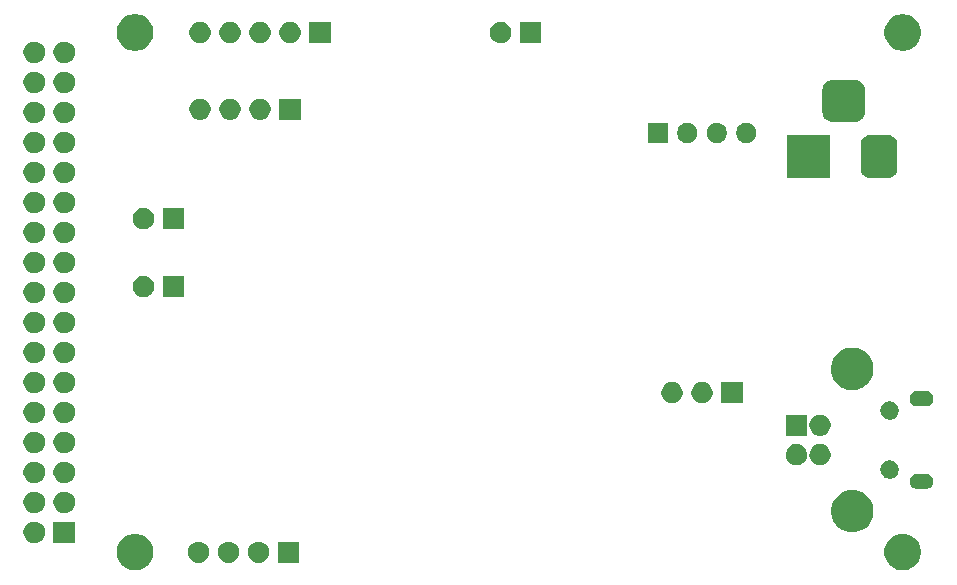
<source format=gbr>
G04 #@! TF.GenerationSoftware,KiCad,Pcbnew,(5.1.5)-3*
G04 #@! TF.CreationDate,2020-06-11T04:13:49+01:00*
G04 #@! TF.ProjectId,Greaseweazle_F7_Plus_V2,47726561-7365-4776-9561-7a6c655f4637,rev?*
G04 #@! TF.SameCoordinates,Original*
G04 #@! TF.FileFunction,Soldermask,Bot*
G04 #@! TF.FilePolarity,Negative*
%FSLAX46Y46*%
G04 Gerber Fmt 4.6, Leading zero omitted, Abs format (unit mm)*
G04 Created by KiCad (PCBNEW (5.1.5)-3) date 2020-06-11 04:13:49*
%MOMM*%
%LPD*%
G04 APERTURE LIST*
%ADD10C,0.100000*%
G04 APERTURE END LIST*
D10*
G36*
X227302390Y-145479783D02*
G01*
X227452118Y-145509565D01*
X227568960Y-145557963D01*
X227734199Y-145626407D01*
X227734200Y-145626408D01*
X227988068Y-145796036D01*
X228203964Y-146011932D01*
X228203965Y-146011934D01*
X228373593Y-146265801D01*
X228490435Y-146547883D01*
X228550000Y-146847337D01*
X228550000Y-147152663D01*
X228490435Y-147452117D01*
X228373593Y-147734199D01*
X228373592Y-147734200D01*
X228203964Y-147988068D01*
X227988068Y-148203964D01*
X227860273Y-148289353D01*
X227734199Y-148373593D01*
X227568960Y-148442037D01*
X227452118Y-148490435D01*
X227302390Y-148520218D01*
X227152663Y-148550000D01*
X226847337Y-148550000D01*
X226697610Y-148520218D01*
X226547882Y-148490435D01*
X226431040Y-148442037D01*
X226265801Y-148373593D01*
X226139727Y-148289353D01*
X226011932Y-148203964D01*
X225796036Y-147988068D01*
X225626408Y-147734200D01*
X225626407Y-147734199D01*
X225509565Y-147452117D01*
X225450000Y-147152663D01*
X225450000Y-146847337D01*
X225509565Y-146547883D01*
X225626407Y-146265801D01*
X225796035Y-146011934D01*
X225796036Y-146011932D01*
X226011932Y-145796036D01*
X226265800Y-145626408D01*
X226265801Y-145626407D01*
X226431040Y-145557963D01*
X226547882Y-145509565D01*
X226697610Y-145479783D01*
X226847337Y-145450000D01*
X227152663Y-145450000D01*
X227302390Y-145479783D01*
G37*
G36*
X162302390Y-145479783D02*
G01*
X162452118Y-145509565D01*
X162568960Y-145557963D01*
X162734199Y-145626407D01*
X162734200Y-145626408D01*
X162988068Y-145796036D01*
X163203964Y-146011932D01*
X163203965Y-146011934D01*
X163373593Y-146265801D01*
X163490435Y-146547883D01*
X163550000Y-146847337D01*
X163550000Y-147152663D01*
X163490435Y-147452117D01*
X163373593Y-147734199D01*
X163373592Y-147734200D01*
X163203964Y-147988068D01*
X162988068Y-148203964D01*
X162860273Y-148289353D01*
X162734199Y-148373593D01*
X162568960Y-148442037D01*
X162452118Y-148490435D01*
X162302390Y-148520218D01*
X162152663Y-148550000D01*
X161847337Y-148550000D01*
X161697610Y-148520218D01*
X161547882Y-148490435D01*
X161431040Y-148442037D01*
X161265801Y-148373593D01*
X161139727Y-148289353D01*
X161011932Y-148203964D01*
X160796036Y-147988068D01*
X160626408Y-147734200D01*
X160626407Y-147734199D01*
X160509565Y-147452117D01*
X160450000Y-147152663D01*
X160450000Y-146847337D01*
X160509565Y-146547883D01*
X160626407Y-146265801D01*
X160796035Y-146011934D01*
X160796036Y-146011932D01*
X161011932Y-145796036D01*
X161265800Y-145626408D01*
X161265801Y-145626407D01*
X161431040Y-145557963D01*
X161547882Y-145509565D01*
X161697610Y-145479783D01*
X161847337Y-145450000D01*
X162152663Y-145450000D01*
X162302390Y-145479783D01*
G37*
G36*
X175900000Y-147900000D02*
G01*
X174100000Y-147900000D01*
X174100000Y-146100000D01*
X175900000Y-146100000D01*
X175900000Y-147900000D01*
G37*
G36*
X167584561Y-146123057D02*
G01*
X167642520Y-146134586D01*
X167758335Y-146182558D01*
X167796801Y-146198491D01*
X167806310Y-146202430D01*
X167953717Y-146300924D01*
X168079076Y-146426283D01*
X168177570Y-146573690D01*
X168245414Y-146737480D01*
X168280000Y-146911358D01*
X168280000Y-147088642D01*
X168245414Y-147262520D01*
X168177570Y-147426310D01*
X168079076Y-147573717D01*
X167953717Y-147699076D01*
X167806310Y-147797570D01*
X167642520Y-147865414D01*
X167584561Y-147876943D01*
X167468644Y-147900000D01*
X167291356Y-147900000D01*
X167175439Y-147876943D01*
X167117480Y-147865414D01*
X166953690Y-147797570D01*
X166806283Y-147699076D01*
X166680924Y-147573717D01*
X166582430Y-147426310D01*
X166514586Y-147262520D01*
X166480000Y-147088642D01*
X166480000Y-146911358D01*
X166514586Y-146737480D01*
X166582430Y-146573690D01*
X166680924Y-146426283D01*
X166806283Y-146300924D01*
X166953690Y-146202430D01*
X166963200Y-146198491D01*
X167001665Y-146182558D01*
X167117480Y-146134586D01*
X167175439Y-146123057D01*
X167291356Y-146100000D01*
X167468644Y-146100000D01*
X167584561Y-146123057D01*
G37*
G36*
X172664561Y-146123057D02*
G01*
X172722520Y-146134586D01*
X172838335Y-146182558D01*
X172876801Y-146198491D01*
X172886310Y-146202430D01*
X173033717Y-146300924D01*
X173159076Y-146426283D01*
X173257570Y-146573690D01*
X173325414Y-146737480D01*
X173360000Y-146911358D01*
X173360000Y-147088642D01*
X173325414Y-147262520D01*
X173257570Y-147426310D01*
X173159076Y-147573717D01*
X173033717Y-147699076D01*
X172886310Y-147797570D01*
X172722520Y-147865414D01*
X172664561Y-147876943D01*
X172548644Y-147900000D01*
X172371356Y-147900000D01*
X172255439Y-147876943D01*
X172197480Y-147865414D01*
X172033690Y-147797570D01*
X171886283Y-147699076D01*
X171760924Y-147573717D01*
X171662430Y-147426310D01*
X171594586Y-147262520D01*
X171560000Y-147088642D01*
X171560000Y-146911358D01*
X171594586Y-146737480D01*
X171662430Y-146573690D01*
X171760924Y-146426283D01*
X171886283Y-146300924D01*
X172033690Y-146202430D01*
X172043200Y-146198491D01*
X172081665Y-146182558D01*
X172197480Y-146134586D01*
X172255439Y-146123057D01*
X172371356Y-146100000D01*
X172548644Y-146100000D01*
X172664561Y-146123057D01*
G37*
G36*
X170124561Y-146123057D02*
G01*
X170182520Y-146134586D01*
X170298335Y-146182558D01*
X170336801Y-146198491D01*
X170346310Y-146202430D01*
X170493717Y-146300924D01*
X170619076Y-146426283D01*
X170717570Y-146573690D01*
X170785414Y-146737480D01*
X170820000Y-146911358D01*
X170820000Y-147088642D01*
X170785414Y-147262520D01*
X170717570Y-147426310D01*
X170619076Y-147573717D01*
X170493717Y-147699076D01*
X170346310Y-147797570D01*
X170182520Y-147865414D01*
X170124561Y-147876943D01*
X170008644Y-147900000D01*
X169831356Y-147900000D01*
X169715439Y-147876943D01*
X169657480Y-147865414D01*
X169493690Y-147797570D01*
X169346283Y-147699076D01*
X169220924Y-147573717D01*
X169122430Y-147426310D01*
X169054586Y-147262520D01*
X169020000Y-147088642D01*
X169020000Y-146911358D01*
X169054586Y-146737480D01*
X169122430Y-146573690D01*
X169220924Y-146426283D01*
X169346283Y-146300924D01*
X169493690Y-146202430D01*
X169503200Y-146198491D01*
X169541665Y-146182558D01*
X169657480Y-146134586D01*
X169715439Y-146123057D01*
X169831356Y-146100000D01*
X170008644Y-146100000D01*
X170124561Y-146123057D01*
G37*
G36*
X156913600Y-146233600D02*
G01*
X155086400Y-146233600D01*
X155086400Y-144406400D01*
X156913600Y-144406400D01*
X156913600Y-146233600D01*
G37*
G36*
X153608817Y-144418103D02*
G01*
X153726487Y-144441509D01*
X153892752Y-144510378D01*
X154042386Y-144610360D01*
X154169640Y-144737614D01*
X154269622Y-144887248D01*
X154338491Y-145053513D01*
X154373600Y-145230018D01*
X154373600Y-145409982D01*
X154338491Y-145586487D01*
X154269622Y-145752752D01*
X154169640Y-145902386D01*
X154042386Y-146029640D01*
X153892752Y-146129622D01*
X153726487Y-146198491D01*
X153608817Y-146221897D01*
X153549983Y-146233600D01*
X153370017Y-146233600D01*
X153311183Y-146221897D01*
X153193513Y-146198491D01*
X153027248Y-146129622D01*
X152877614Y-146029640D01*
X152750360Y-145902386D01*
X152650378Y-145752752D01*
X152581509Y-145586487D01*
X152546400Y-145409982D01*
X152546400Y-145230018D01*
X152581509Y-145053513D01*
X152650378Y-144887248D01*
X152750360Y-144737614D01*
X152877614Y-144610360D01*
X153027248Y-144510378D01*
X153193513Y-144441509D01*
X153311183Y-144418103D01*
X153370017Y-144406400D01*
X153549983Y-144406400D01*
X153608817Y-144418103D01*
G37*
G36*
X223061163Y-141754587D02*
G01*
X223235041Y-141789173D01*
X223562620Y-141924861D01*
X223857433Y-142121849D01*
X224108151Y-142372567D01*
X224305139Y-142667380D01*
X224440827Y-142994959D01*
X224510000Y-143342716D01*
X224510000Y-143697284D01*
X224440827Y-144045041D01*
X224305139Y-144372620D01*
X224108151Y-144667433D01*
X223857433Y-144918151D01*
X223562620Y-145115139D01*
X223235041Y-145250827D01*
X223061162Y-145285414D01*
X222887286Y-145320000D01*
X222532714Y-145320000D01*
X222358838Y-145285414D01*
X222184959Y-145250827D01*
X221857380Y-145115139D01*
X221562567Y-144918151D01*
X221311849Y-144667433D01*
X221114861Y-144372620D01*
X220979173Y-144045041D01*
X220910000Y-143697284D01*
X220910000Y-143342716D01*
X220979173Y-142994959D01*
X221114861Y-142667380D01*
X221311849Y-142372567D01*
X221562567Y-142121849D01*
X221857380Y-141924861D01*
X222184959Y-141789173D01*
X222358837Y-141754587D01*
X222532714Y-141720000D01*
X222887286Y-141720000D01*
X223061163Y-141754587D01*
G37*
G36*
X156148817Y-141878103D02*
G01*
X156266487Y-141901509D01*
X156432752Y-141970378D01*
X156582386Y-142070360D01*
X156709640Y-142197614D01*
X156809622Y-142347248D01*
X156878491Y-142513513D01*
X156878491Y-142513515D01*
X156909098Y-142667382D01*
X156913600Y-142690018D01*
X156913600Y-142869982D01*
X156878491Y-143046487D01*
X156809622Y-143212752D01*
X156709640Y-143362386D01*
X156582386Y-143489640D01*
X156432752Y-143589622D01*
X156266487Y-143658491D01*
X156148817Y-143681897D01*
X156089983Y-143693600D01*
X155910017Y-143693600D01*
X155851183Y-143681897D01*
X155733513Y-143658491D01*
X155567248Y-143589622D01*
X155417614Y-143489640D01*
X155290360Y-143362386D01*
X155190378Y-143212752D01*
X155121509Y-143046487D01*
X155086400Y-142869982D01*
X155086400Y-142690018D01*
X155090903Y-142667382D01*
X155121509Y-142513515D01*
X155121509Y-142513513D01*
X155190378Y-142347248D01*
X155290360Y-142197614D01*
X155417614Y-142070360D01*
X155567248Y-141970378D01*
X155733513Y-141901509D01*
X155851183Y-141878103D01*
X155910017Y-141866400D01*
X156089983Y-141866400D01*
X156148817Y-141878103D01*
G37*
G36*
X153608817Y-141878103D02*
G01*
X153726487Y-141901509D01*
X153892752Y-141970378D01*
X154042386Y-142070360D01*
X154169640Y-142197614D01*
X154269622Y-142347248D01*
X154338491Y-142513513D01*
X154338491Y-142513515D01*
X154369098Y-142667382D01*
X154373600Y-142690018D01*
X154373600Y-142869982D01*
X154338491Y-143046487D01*
X154269622Y-143212752D01*
X154169640Y-143362386D01*
X154042386Y-143489640D01*
X153892752Y-143589622D01*
X153726487Y-143658491D01*
X153608817Y-143681897D01*
X153549983Y-143693600D01*
X153370017Y-143693600D01*
X153311183Y-143681897D01*
X153193513Y-143658491D01*
X153027248Y-143589622D01*
X152877614Y-143489640D01*
X152750360Y-143362386D01*
X152650378Y-143212752D01*
X152581509Y-143046487D01*
X152546400Y-142869982D01*
X152546400Y-142690018D01*
X152550903Y-142667382D01*
X152581509Y-142513515D01*
X152581509Y-142513513D01*
X152650378Y-142347248D01*
X152750360Y-142197614D01*
X152877614Y-142070360D01*
X153027248Y-141970378D01*
X153193513Y-141901509D01*
X153311183Y-141878103D01*
X153370017Y-141866400D01*
X153549983Y-141866400D01*
X153608817Y-141878103D01*
G37*
G36*
X229064922Y-140359405D02*
G01*
X229187448Y-140396573D01*
X229300368Y-140456930D01*
X229399343Y-140538157D01*
X229480570Y-140637132D01*
X229540927Y-140750052D01*
X229578095Y-140872578D01*
X229590645Y-141000000D01*
X229578095Y-141127422D01*
X229540927Y-141249948D01*
X229480570Y-141362868D01*
X229399343Y-141461843D01*
X229300368Y-141543070D01*
X229187448Y-141603427D01*
X229064922Y-141640595D01*
X228969432Y-141650000D01*
X228205568Y-141650000D01*
X228110078Y-141640595D01*
X227987552Y-141603427D01*
X227874632Y-141543070D01*
X227775657Y-141461843D01*
X227694430Y-141362868D01*
X227634073Y-141249948D01*
X227596905Y-141127422D01*
X227584355Y-141000000D01*
X227596905Y-140872578D01*
X227634073Y-140750052D01*
X227694430Y-140637132D01*
X227775657Y-140538157D01*
X227874632Y-140456930D01*
X227987552Y-140396573D01*
X228110078Y-140359405D01*
X228205568Y-140350000D01*
X228969432Y-140350000D01*
X229064922Y-140359405D01*
G37*
G36*
X153608817Y-139338103D02*
G01*
X153726487Y-139361509D01*
X153892752Y-139430378D01*
X154042386Y-139530360D01*
X154169640Y-139657614D01*
X154269622Y-139807248D01*
X154338491Y-139973513D01*
X154338491Y-139973515D01*
X154373600Y-140150017D01*
X154373600Y-140329983D01*
X154366217Y-140367099D01*
X154338491Y-140506487D01*
X154269622Y-140672752D01*
X154169640Y-140822386D01*
X154042386Y-140949640D01*
X153892752Y-141049622D01*
X153726487Y-141118491D01*
X153608817Y-141141897D01*
X153549983Y-141153600D01*
X153370017Y-141153600D01*
X153311183Y-141141897D01*
X153193513Y-141118491D01*
X153027248Y-141049622D01*
X152877614Y-140949640D01*
X152750360Y-140822386D01*
X152650378Y-140672752D01*
X152581509Y-140506487D01*
X152553783Y-140367099D01*
X152546400Y-140329983D01*
X152546400Y-140150017D01*
X152581509Y-139973515D01*
X152581509Y-139973513D01*
X152650378Y-139807248D01*
X152750360Y-139657614D01*
X152877614Y-139530360D01*
X153027248Y-139430378D01*
X153193513Y-139361509D01*
X153311183Y-139338103D01*
X153370017Y-139326400D01*
X153549983Y-139326400D01*
X153608817Y-139338103D01*
G37*
G36*
X156148817Y-139338103D02*
G01*
X156266487Y-139361509D01*
X156432752Y-139430378D01*
X156582386Y-139530360D01*
X156709640Y-139657614D01*
X156809622Y-139807248D01*
X156878491Y-139973513D01*
X156878491Y-139973515D01*
X156913600Y-140150017D01*
X156913600Y-140329983D01*
X156906217Y-140367099D01*
X156878491Y-140506487D01*
X156809622Y-140672752D01*
X156709640Y-140822386D01*
X156582386Y-140949640D01*
X156432752Y-141049622D01*
X156266487Y-141118491D01*
X156148817Y-141141897D01*
X156089983Y-141153600D01*
X155910017Y-141153600D01*
X155851183Y-141141897D01*
X155733513Y-141118491D01*
X155567248Y-141049622D01*
X155417614Y-140949640D01*
X155290360Y-140822386D01*
X155190378Y-140672752D01*
X155121509Y-140506487D01*
X155093783Y-140367099D01*
X155086400Y-140329983D01*
X155086400Y-140150017D01*
X155121509Y-139973515D01*
X155121509Y-139973513D01*
X155190378Y-139807248D01*
X155290360Y-139657614D01*
X155417614Y-139530360D01*
X155567248Y-139430378D01*
X155733513Y-139361509D01*
X155851183Y-139338103D01*
X155910017Y-139326400D01*
X156089983Y-139326400D01*
X156148817Y-139338103D01*
G37*
G36*
X226113557Y-139254782D02*
G01*
X226254599Y-139313203D01*
X226317636Y-139355323D01*
X226381534Y-139398018D01*
X226489482Y-139505966D01*
X226489483Y-139505968D01*
X226574297Y-139632901D01*
X226632718Y-139773943D01*
X226662500Y-139923668D01*
X226662500Y-140076332D01*
X226632718Y-140226057D01*
X226574297Y-140367099D01*
X226574296Y-140367100D01*
X226489482Y-140494034D01*
X226381534Y-140601982D01*
X226328928Y-140637132D01*
X226254599Y-140686797D01*
X226113557Y-140745218D01*
X225963832Y-140775000D01*
X225811168Y-140775000D01*
X225661443Y-140745218D01*
X225520401Y-140686797D01*
X225446072Y-140637132D01*
X225393466Y-140601982D01*
X225285518Y-140494034D01*
X225200704Y-140367100D01*
X225200703Y-140367099D01*
X225142282Y-140226057D01*
X225112500Y-140076332D01*
X225112500Y-139923668D01*
X225142282Y-139773943D01*
X225200703Y-139632901D01*
X225285517Y-139505968D01*
X225285518Y-139505966D01*
X225393466Y-139398018D01*
X225457364Y-139355323D01*
X225520401Y-139313203D01*
X225661443Y-139254782D01*
X225811168Y-139225000D01*
X225963832Y-139225000D01*
X226113557Y-139254782D01*
G37*
G36*
X220204561Y-137873057D02*
G01*
X220262520Y-137884586D01*
X220426310Y-137952430D01*
X220573717Y-138050924D01*
X220699076Y-138176283D01*
X220797570Y-138323690D01*
X220833172Y-138409640D01*
X220865414Y-138487481D01*
X220890501Y-138613600D01*
X220900000Y-138661358D01*
X220900000Y-138838642D01*
X220865414Y-139012520D01*
X220797570Y-139176310D01*
X220699076Y-139323717D01*
X220573717Y-139449076D01*
X220426310Y-139547570D01*
X220262520Y-139615414D01*
X220204561Y-139626943D01*
X220088644Y-139650000D01*
X219911356Y-139650000D01*
X219795439Y-139626943D01*
X219737480Y-139615414D01*
X219573690Y-139547570D01*
X219426283Y-139449076D01*
X219300924Y-139323717D01*
X219202430Y-139176310D01*
X219134586Y-139012520D01*
X219100000Y-138838642D01*
X219100000Y-138661358D01*
X219109500Y-138613600D01*
X219134586Y-138487481D01*
X219166829Y-138409640D01*
X219202430Y-138323690D01*
X219300924Y-138176283D01*
X219426283Y-138050924D01*
X219573690Y-137952430D01*
X219737480Y-137884586D01*
X219795439Y-137873057D01*
X219911356Y-137850000D01*
X220088644Y-137850000D01*
X220204561Y-137873057D01*
G37*
G36*
X218204561Y-137873057D02*
G01*
X218262520Y-137884586D01*
X218426310Y-137952430D01*
X218573717Y-138050924D01*
X218699076Y-138176283D01*
X218797570Y-138323690D01*
X218833172Y-138409640D01*
X218865414Y-138487481D01*
X218890501Y-138613600D01*
X218900000Y-138661358D01*
X218900000Y-138838642D01*
X218865414Y-139012520D01*
X218797570Y-139176310D01*
X218699076Y-139323717D01*
X218573717Y-139449076D01*
X218426310Y-139547570D01*
X218262520Y-139615414D01*
X218204561Y-139626943D01*
X218088644Y-139650000D01*
X217911356Y-139650000D01*
X217795439Y-139626943D01*
X217737480Y-139615414D01*
X217573690Y-139547570D01*
X217426283Y-139449076D01*
X217300924Y-139323717D01*
X217202430Y-139176310D01*
X217134586Y-139012520D01*
X217100000Y-138838642D01*
X217100000Y-138661358D01*
X217109500Y-138613600D01*
X217134586Y-138487481D01*
X217166829Y-138409640D01*
X217202430Y-138323690D01*
X217300924Y-138176283D01*
X217426283Y-138050924D01*
X217573690Y-137952430D01*
X217737480Y-137884586D01*
X217795439Y-137873057D01*
X217911356Y-137850000D01*
X218088644Y-137850000D01*
X218204561Y-137873057D01*
G37*
G36*
X153608817Y-136798103D02*
G01*
X153726487Y-136821509D01*
X153892752Y-136890378D01*
X154042386Y-136990360D01*
X154169640Y-137117614D01*
X154269622Y-137267248D01*
X154338491Y-137433513D01*
X154373600Y-137610018D01*
X154373600Y-137789982D01*
X154338491Y-137966487D01*
X154269622Y-138132752D01*
X154169640Y-138282386D01*
X154042386Y-138409640D01*
X153892752Y-138509622D01*
X153726487Y-138578491D01*
X153608817Y-138601897D01*
X153549983Y-138613600D01*
X153370017Y-138613600D01*
X153311183Y-138601897D01*
X153193513Y-138578491D01*
X153027248Y-138509622D01*
X152877614Y-138409640D01*
X152750360Y-138282386D01*
X152650378Y-138132752D01*
X152581509Y-137966487D01*
X152546400Y-137789982D01*
X152546400Y-137610018D01*
X152581509Y-137433513D01*
X152650378Y-137267248D01*
X152750360Y-137117614D01*
X152877614Y-136990360D01*
X153027248Y-136890378D01*
X153193513Y-136821509D01*
X153311183Y-136798103D01*
X153370017Y-136786400D01*
X153549983Y-136786400D01*
X153608817Y-136798103D01*
G37*
G36*
X156148817Y-136798103D02*
G01*
X156266487Y-136821509D01*
X156432752Y-136890378D01*
X156582386Y-136990360D01*
X156709640Y-137117614D01*
X156809622Y-137267248D01*
X156878491Y-137433513D01*
X156913600Y-137610018D01*
X156913600Y-137789982D01*
X156878491Y-137966487D01*
X156809622Y-138132752D01*
X156709640Y-138282386D01*
X156582386Y-138409640D01*
X156432752Y-138509622D01*
X156266487Y-138578491D01*
X156148817Y-138601897D01*
X156089983Y-138613600D01*
X155910017Y-138613600D01*
X155851183Y-138601897D01*
X155733513Y-138578491D01*
X155567248Y-138509622D01*
X155417614Y-138409640D01*
X155290360Y-138282386D01*
X155190378Y-138132752D01*
X155121509Y-137966487D01*
X155086400Y-137789982D01*
X155086400Y-137610018D01*
X155121509Y-137433513D01*
X155190378Y-137267248D01*
X155290360Y-137117614D01*
X155417614Y-136990360D01*
X155567248Y-136890378D01*
X155733513Y-136821509D01*
X155851183Y-136798103D01*
X155910017Y-136786400D01*
X156089983Y-136786400D01*
X156148817Y-136798103D01*
G37*
G36*
X220174606Y-135367099D02*
G01*
X220262520Y-135384586D01*
X220426310Y-135452430D01*
X220573717Y-135550924D01*
X220699076Y-135676283D01*
X220797570Y-135823690D01*
X220865414Y-135987480D01*
X220900000Y-136161358D01*
X220900000Y-136338642D01*
X220865414Y-136512520D01*
X220797570Y-136676310D01*
X220699076Y-136823717D01*
X220573717Y-136949076D01*
X220426310Y-137047570D01*
X220262520Y-137115414D01*
X220204561Y-137126943D01*
X220088644Y-137150000D01*
X219911356Y-137150000D01*
X219795439Y-137126943D01*
X219737480Y-137115414D01*
X219573690Y-137047570D01*
X219426283Y-136949076D01*
X219300924Y-136823717D01*
X219202430Y-136676310D01*
X219134586Y-136512520D01*
X219100000Y-136338642D01*
X219100000Y-136161358D01*
X219134586Y-135987480D01*
X219202430Y-135823690D01*
X219300924Y-135676283D01*
X219426283Y-135550924D01*
X219573690Y-135452430D01*
X219737480Y-135384586D01*
X219825394Y-135367099D01*
X219911356Y-135350000D01*
X220088644Y-135350000D01*
X220174606Y-135367099D01*
G37*
G36*
X218900000Y-137150000D02*
G01*
X217100000Y-137150000D01*
X217100000Y-135350000D01*
X218900000Y-135350000D01*
X218900000Y-137150000D01*
G37*
G36*
X153608817Y-134258103D02*
G01*
X153726487Y-134281509D01*
X153892752Y-134350378D01*
X154042386Y-134450360D01*
X154169640Y-134577614D01*
X154269622Y-134727248D01*
X154338491Y-134893513D01*
X154373600Y-135070018D01*
X154373600Y-135249982D01*
X154338491Y-135426487D01*
X154269622Y-135592752D01*
X154169640Y-135742386D01*
X154042386Y-135869640D01*
X153892752Y-135969622D01*
X153726487Y-136038491D01*
X153608817Y-136061897D01*
X153549983Y-136073600D01*
X153370017Y-136073600D01*
X153311183Y-136061897D01*
X153193513Y-136038491D01*
X153027248Y-135969622D01*
X152877614Y-135869640D01*
X152750360Y-135742386D01*
X152650378Y-135592752D01*
X152581509Y-135426487D01*
X152546400Y-135249982D01*
X152546400Y-135070018D01*
X152581509Y-134893513D01*
X152650378Y-134727248D01*
X152750360Y-134577614D01*
X152877614Y-134450360D01*
X153027248Y-134350378D01*
X153193513Y-134281509D01*
X153311183Y-134258103D01*
X153370017Y-134246400D01*
X153549983Y-134246400D01*
X153608817Y-134258103D01*
G37*
G36*
X156148817Y-134258103D02*
G01*
X156266487Y-134281509D01*
X156432752Y-134350378D01*
X156582386Y-134450360D01*
X156709640Y-134577614D01*
X156809622Y-134727248D01*
X156878491Y-134893513D01*
X156913600Y-135070018D01*
X156913600Y-135249982D01*
X156878491Y-135426487D01*
X156809622Y-135592752D01*
X156709640Y-135742386D01*
X156582386Y-135869640D01*
X156432752Y-135969622D01*
X156266487Y-136038491D01*
X156148817Y-136061897D01*
X156089983Y-136073600D01*
X155910017Y-136073600D01*
X155851183Y-136061897D01*
X155733513Y-136038491D01*
X155567248Y-135969622D01*
X155417614Y-135869640D01*
X155290360Y-135742386D01*
X155190378Y-135592752D01*
X155121509Y-135426487D01*
X155086400Y-135249982D01*
X155086400Y-135070018D01*
X155121509Y-134893513D01*
X155190378Y-134727248D01*
X155290360Y-134577614D01*
X155417614Y-134450360D01*
X155567248Y-134350378D01*
X155733513Y-134281509D01*
X155851183Y-134258103D01*
X155910017Y-134246400D01*
X156089983Y-134246400D01*
X156148817Y-134258103D01*
G37*
G36*
X226113557Y-134254782D02*
G01*
X226254599Y-134313203D01*
X226254600Y-134313204D01*
X226381534Y-134398018D01*
X226489482Y-134505966D01*
X226532177Y-134569864D01*
X226574297Y-134632901D01*
X226632718Y-134773943D01*
X226662500Y-134923668D01*
X226662500Y-135076332D01*
X226632718Y-135226057D01*
X226574297Y-135367099D01*
X226534615Y-135426487D01*
X226489482Y-135494034D01*
X226381534Y-135601982D01*
X226317636Y-135644677D01*
X226254599Y-135686797D01*
X226113557Y-135745218D01*
X225963832Y-135775000D01*
X225811168Y-135775000D01*
X225661443Y-135745218D01*
X225520401Y-135686797D01*
X225457364Y-135644677D01*
X225393466Y-135601982D01*
X225285518Y-135494034D01*
X225240385Y-135426487D01*
X225200703Y-135367099D01*
X225142282Y-135226057D01*
X225112500Y-135076332D01*
X225112500Y-134923668D01*
X225142282Y-134773943D01*
X225200703Y-134632901D01*
X225242823Y-134569864D01*
X225285518Y-134505966D01*
X225393466Y-134398018D01*
X225520400Y-134313204D01*
X225520401Y-134313203D01*
X225661443Y-134254782D01*
X225811168Y-134225000D01*
X225963832Y-134225000D01*
X226113557Y-134254782D01*
G37*
G36*
X229064922Y-133359405D02*
G01*
X229187448Y-133396573D01*
X229300368Y-133456930D01*
X229399343Y-133538157D01*
X229480570Y-133637132D01*
X229540927Y-133750052D01*
X229578095Y-133872578D01*
X229590645Y-134000000D01*
X229578095Y-134127422D01*
X229540927Y-134249948D01*
X229480570Y-134362868D01*
X229399343Y-134461843D01*
X229300368Y-134543070D01*
X229187448Y-134603427D01*
X229064922Y-134640595D01*
X228969432Y-134650000D01*
X228205568Y-134650000D01*
X228110078Y-134640595D01*
X227987552Y-134603427D01*
X227874632Y-134543070D01*
X227775657Y-134461843D01*
X227694430Y-134362868D01*
X227634073Y-134249948D01*
X227596905Y-134127422D01*
X227584355Y-134000000D01*
X227596905Y-133872578D01*
X227634073Y-133750052D01*
X227694430Y-133637132D01*
X227775657Y-133538157D01*
X227874632Y-133456930D01*
X227987552Y-133396573D01*
X228110078Y-133359405D01*
X228205568Y-133350000D01*
X228969432Y-133350000D01*
X229064922Y-133359405D01*
G37*
G36*
X213440000Y-134400000D02*
G01*
X211640000Y-134400000D01*
X211640000Y-132600000D01*
X213440000Y-132600000D01*
X213440000Y-134400000D01*
G37*
G36*
X210204561Y-132623057D02*
G01*
X210262520Y-132634586D01*
X210426310Y-132702430D01*
X210573717Y-132800924D01*
X210699076Y-132926283D01*
X210797570Y-133073690D01*
X210850878Y-133202386D01*
X210865414Y-133237481D01*
X210900000Y-133411356D01*
X210900000Y-133588644D01*
X210876943Y-133704561D01*
X210865414Y-133762520D01*
X210797570Y-133926310D01*
X210699076Y-134073717D01*
X210573717Y-134199076D01*
X210426310Y-134297570D01*
X210262520Y-134365414D01*
X210204561Y-134376943D01*
X210088644Y-134400000D01*
X209911356Y-134400000D01*
X209795439Y-134376943D01*
X209737480Y-134365414D01*
X209573690Y-134297570D01*
X209426283Y-134199076D01*
X209300924Y-134073717D01*
X209202430Y-133926310D01*
X209134586Y-133762520D01*
X209123057Y-133704561D01*
X209100000Y-133588644D01*
X209100000Y-133411356D01*
X209134586Y-133237481D01*
X209149123Y-133202386D01*
X209202430Y-133073690D01*
X209300924Y-132926283D01*
X209426283Y-132800924D01*
X209573690Y-132702430D01*
X209737480Y-132634586D01*
X209795439Y-132623057D01*
X209911356Y-132600000D01*
X210088644Y-132600000D01*
X210204561Y-132623057D01*
G37*
G36*
X207664561Y-132623057D02*
G01*
X207722520Y-132634586D01*
X207886310Y-132702430D01*
X208033717Y-132800924D01*
X208159076Y-132926283D01*
X208257570Y-133073690D01*
X208310878Y-133202386D01*
X208325414Y-133237481D01*
X208360000Y-133411356D01*
X208360000Y-133588644D01*
X208336943Y-133704561D01*
X208325414Y-133762520D01*
X208257570Y-133926310D01*
X208159076Y-134073717D01*
X208033717Y-134199076D01*
X207886310Y-134297570D01*
X207722520Y-134365414D01*
X207664561Y-134376943D01*
X207548644Y-134400000D01*
X207371356Y-134400000D01*
X207255439Y-134376943D01*
X207197480Y-134365414D01*
X207033690Y-134297570D01*
X206886283Y-134199076D01*
X206760924Y-134073717D01*
X206662430Y-133926310D01*
X206594586Y-133762520D01*
X206583057Y-133704561D01*
X206560000Y-133588644D01*
X206560000Y-133411356D01*
X206594586Y-133237481D01*
X206609123Y-133202386D01*
X206662430Y-133073690D01*
X206760924Y-132926283D01*
X206886283Y-132800924D01*
X207033690Y-132702430D01*
X207197480Y-132634586D01*
X207255439Y-132623057D01*
X207371356Y-132600000D01*
X207548644Y-132600000D01*
X207664561Y-132623057D01*
G37*
G36*
X156148817Y-131718103D02*
G01*
X156266487Y-131741509D01*
X156432752Y-131810378D01*
X156582386Y-131910360D01*
X156709640Y-132037614D01*
X156809622Y-132187248D01*
X156878491Y-132353513D01*
X156913600Y-132530018D01*
X156913600Y-132709982D01*
X156878491Y-132886487D01*
X156809622Y-133052752D01*
X156709640Y-133202386D01*
X156582386Y-133329640D01*
X156432752Y-133429622D01*
X156266487Y-133498491D01*
X156148817Y-133521897D01*
X156089983Y-133533600D01*
X155910017Y-133533600D01*
X155851183Y-133521897D01*
X155733513Y-133498491D01*
X155567248Y-133429622D01*
X155417614Y-133329640D01*
X155290360Y-133202386D01*
X155190378Y-133052752D01*
X155121509Y-132886487D01*
X155086400Y-132709982D01*
X155086400Y-132530018D01*
X155121509Y-132353513D01*
X155190378Y-132187248D01*
X155290360Y-132037614D01*
X155417614Y-131910360D01*
X155567248Y-131810378D01*
X155733513Y-131741509D01*
X155851183Y-131718103D01*
X155910017Y-131706400D01*
X156089983Y-131706400D01*
X156148817Y-131718103D01*
G37*
G36*
X153608817Y-131718103D02*
G01*
X153726487Y-131741509D01*
X153892752Y-131810378D01*
X154042386Y-131910360D01*
X154169640Y-132037614D01*
X154269622Y-132187248D01*
X154338491Y-132353513D01*
X154373600Y-132530018D01*
X154373600Y-132709982D01*
X154338491Y-132886487D01*
X154269622Y-133052752D01*
X154169640Y-133202386D01*
X154042386Y-133329640D01*
X153892752Y-133429622D01*
X153726487Y-133498491D01*
X153608817Y-133521897D01*
X153549983Y-133533600D01*
X153370017Y-133533600D01*
X153311183Y-133521897D01*
X153193513Y-133498491D01*
X153027248Y-133429622D01*
X152877614Y-133329640D01*
X152750360Y-133202386D01*
X152650378Y-133052752D01*
X152581509Y-132886487D01*
X152546400Y-132709982D01*
X152546400Y-132530018D01*
X152581509Y-132353513D01*
X152650378Y-132187248D01*
X152750360Y-132037614D01*
X152877614Y-131910360D01*
X153027248Y-131810378D01*
X153193513Y-131741509D01*
X153311183Y-131718103D01*
X153370017Y-131706400D01*
X153549983Y-131706400D01*
X153608817Y-131718103D01*
G37*
G36*
X223061162Y-129714586D02*
G01*
X223235041Y-129749173D01*
X223562620Y-129884861D01*
X223857433Y-130081849D01*
X224108151Y-130332567D01*
X224305139Y-130627380D01*
X224440827Y-130954959D01*
X224448513Y-130993600D01*
X224510000Y-131302714D01*
X224510000Y-131657286D01*
X224493247Y-131741509D01*
X224440827Y-132005041D01*
X224305139Y-132332620D01*
X224108151Y-132627433D01*
X223857433Y-132878151D01*
X223562620Y-133075139D01*
X223235041Y-133210827D01*
X223101047Y-133237480D01*
X222887286Y-133280000D01*
X222532714Y-133280000D01*
X222318953Y-133237480D01*
X222184959Y-133210827D01*
X221857380Y-133075139D01*
X221562567Y-132878151D01*
X221311849Y-132627433D01*
X221114861Y-132332620D01*
X220979173Y-132005041D01*
X220926753Y-131741509D01*
X220910000Y-131657286D01*
X220910000Y-131302714D01*
X220971487Y-130993600D01*
X220979173Y-130954959D01*
X221114861Y-130627380D01*
X221311849Y-130332567D01*
X221562567Y-130081849D01*
X221857380Y-129884861D01*
X222184959Y-129749173D01*
X222358838Y-129714586D01*
X222532714Y-129680000D01*
X222887286Y-129680000D01*
X223061162Y-129714586D01*
G37*
G36*
X156148817Y-129178103D02*
G01*
X156266487Y-129201509D01*
X156432752Y-129270378D01*
X156582386Y-129370360D01*
X156709640Y-129497614D01*
X156809622Y-129647248D01*
X156878491Y-129813513D01*
X156913600Y-129990018D01*
X156913600Y-130169982D01*
X156878491Y-130346487D01*
X156809622Y-130512752D01*
X156709640Y-130662386D01*
X156582386Y-130789640D01*
X156432752Y-130889622D01*
X156266487Y-130958491D01*
X156148817Y-130981897D01*
X156089983Y-130993600D01*
X155910017Y-130993600D01*
X155851183Y-130981897D01*
X155733513Y-130958491D01*
X155567248Y-130889622D01*
X155417614Y-130789640D01*
X155290360Y-130662386D01*
X155190378Y-130512752D01*
X155121509Y-130346487D01*
X155086400Y-130169982D01*
X155086400Y-129990018D01*
X155121509Y-129813513D01*
X155190378Y-129647248D01*
X155290360Y-129497614D01*
X155417614Y-129370360D01*
X155567248Y-129270378D01*
X155733513Y-129201509D01*
X155851183Y-129178103D01*
X155910017Y-129166400D01*
X156089983Y-129166400D01*
X156148817Y-129178103D01*
G37*
G36*
X153608817Y-129178103D02*
G01*
X153726487Y-129201509D01*
X153892752Y-129270378D01*
X154042386Y-129370360D01*
X154169640Y-129497614D01*
X154269622Y-129647248D01*
X154338491Y-129813513D01*
X154373600Y-129990018D01*
X154373600Y-130169982D01*
X154338491Y-130346487D01*
X154269622Y-130512752D01*
X154169640Y-130662386D01*
X154042386Y-130789640D01*
X153892752Y-130889622D01*
X153726487Y-130958491D01*
X153608817Y-130981897D01*
X153549983Y-130993600D01*
X153370017Y-130993600D01*
X153311183Y-130981897D01*
X153193513Y-130958491D01*
X153027248Y-130889622D01*
X152877614Y-130789640D01*
X152750360Y-130662386D01*
X152650378Y-130512752D01*
X152581509Y-130346487D01*
X152546400Y-130169982D01*
X152546400Y-129990018D01*
X152581509Y-129813513D01*
X152650378Y-129647248D01*
X152750360Y-129497614D01*
X152877614Y-129370360D01*
X153027248Y-129270378D01*
X153193513Y-129201509D01*
X153311183Y-129178103D01*
X153370017Y-129166400D01*
X153549983Y-129166400D01*
X153608817Y-129178103D01*
G37*
G36*
X153608817Y-126638103D02*
G01*
X153726487Y-126661509D01*
X153892752Y-126730378D01*
X154042386Y-126830360D01*
X154169640Y-126957614D01*
X154269622Y-127107248D01*
X154338491Y-127273513D01*
X154373600Y-127450018D01*
X154373600Y-127629982D01*
X154338491Y-127806487D01*
X154269622Y-127972752D01*
X154169640Y-128122386D01*
X154042386Y-128249640D01*
X153892752Y-128349622D01*
X153726487Y-128418491D01*
X153608817Y-128441897D01*
X153549983Y-128453600D01*
X153370017Y-128453600D01*
X153311183Y-128441897D01*
X153193513Y-128418491D01*
X153027248Y-128349622D01*
X152877614Y-128249640D01*
X152750360Y-128122386D01*
X152650378Y-127972752D01*
X152581509Y-127806487D01*
X152546400Y-127629982D01*
X152546400Y-127450018D01*
X152581509Y-127273513D01*
X152650378Y-127107248D01*
X152750360Y-126957614D01*
X152877614Y-126830360D01*
X153027248Y-126730378D01*
X153193513Y-126661509D01*
X153311183Y-126638103D01*
X153370017Y-126626400D01*
X153549983Y-126626400D01*
X153608817Y-126638103D01*
G37*
G36*
X156148817Y-126638103D02*
G01*
X156266487Y-126661509D01*
X156432752Y-126730378D01*
X156582386Y-126830360D01*
X156709640Y-126957614D01*
X156809622Y-127107248D01*
X156878491Y-127273513D01*
X156913600Y-127450018D01*
X156913600Y-127629982D01*
X156878491Y-127806487D01*
X156809622Y-127972752D01*
X156709640Y-128122386D01*
X156582386Y-128249640D01*
X156432752Y-128349622D01*
X156266487Y-128418491D01*
X156148817Y-128441897D01*
X156089983Y-128453600D01*
X155910017Y-128453600D01*
X155851183Y-128441897D01*
X155733513Y-128418491D01*
X155567248Y-128349622D01*
X155417614Y-128249640D01*
X155290360Y-128122386D01*
X155190378Y-127972752D01*
X155121509Y-127806487D01*
X155086400Y-127629982D01*
X155086400Y-127450018D01*
X155121509Y-127273513D01*
X155190378Y-127107248D01*
X155290360Y-126957614D01*
X155417614Y-126830360D01*
X155567248Y-126730378D01*
X155733513Y-126661509D01*
X155851183Y-126638103D01*
X155910017Y-126626400D01*
X156089983Y-126626400D01*
X156148817Y-126638103D01*
G37*
G36*
X156148817Y-124098103D02*
G01*
X156266487Y-124121509D01*
X156432752Y-124190378D01*
X156582386Y-124290360D01*
X156709640Y-124417614D01*
X156809622Y-124567248D01*
X156878491Y-124733513D01*
X156913600Y-124910018D01*
X156913600Y-125089982D01*
X156878491Y-125266487D01*
X156809622Y-125432752D01*
X156709640Y-125582386D01*
X156582386Y-125709640D01*
X156432752Y-125809622D01*
X156266487Y-125878491D01*
X156148817Y-125901897D01*
X156089983Y-125913600D01*
X155910017Y-125913600D01*
X155851183Y-125901897D01*
X155733513Y-125878491D01*
X155567248Y-125809622D01*
X155417614Y-125709640D01*
X155290360Y-125582386D01*
X155190378Y-125432752D01*
X155121509Y-125266487D01*
X155086400Y-125089982D01*
X155086400Y-124910018D01*
X155121509Y-124733513D01*
X155190378Y-124567248D01*
X155290360Y-124417614D01*
X155417614Y-124290360D01*
X155567248Y-124190378D01*
X155733513Y-124121509D01*
X155851183Y-124098103D01*
X155910017Y-124086400D01*
X156089983Y-124086400D01*
X156148817Y-124098103D01*
G37*
G36*
X153608817Y-124098103D02*
G01*
X153726487Y-124121509D01*
X153892752Y-124190378D01*
X154042386Y-124290360D01*
X154169640Y-124417614D01*
X154269622Y-124567248D01*
X154338491Y-124733513D01*
X154373600Y-124910018D01*
X154373600Y-125089982D01*
X154338491Y-125266487D01*
X154269622Y-125432752D01*
X154169640Y-125582386D01*
X154042386Y-125709640D01*
X153892752Y-125809622D01*
X153726487Y-125878491D01*
X153608817Y-125901897D01*
X153549983Y-125913600D01*
X153370017Y-125913600D01*
X153311183Y-125901897D01*
X153193513Y-125878491D01*
X153027248Y-125809622D01*
X152877614Y-125709640D01*
X152750360Y-125582386D01*
X152650378Y-125432752D01*
X152581509Y-125266487D01*
X152546400Y-125089982D01*
X152546400Y-124910018D01*
X152581509Y-124733513D01*
X152650378Y-124567248D01*
X152750360Y-124417614D01*
X152877614Y-124290360D01*
X153027248Y-124190378D01*
X153193513Y-124121509D01*
X153311183Y-124098103D01*
X153370017Y-124086400D01*
X153549983Y-124086400D01*
X153608817Y-124098103D01*
G37*
G36*
X166150000Y-125400000D02*
G01*
X164350000Y-125400000D01*
X164350000Y-123600000D01*
X166150000Y-123600000D01*
X166150000Y-125400000D01*
G37*
G36*
X162914561Y-123623057D02*
G01*
X162972520Y-123634586D01*
X163136310Y-123702430D01*
X163283717Y-123800924D01*
X163409076Y-123926283D01*
X163507570Y-124073690D01*
X163575414Y-124237480D01*
X163610000Y-124411358D01*
X163610000Y-124588642D01*
X163575414Y-124762520D01*
X163507570Y-124926310D01*
X163409076Y-125073717D01*
X163283717Y-125199076D01*
X163136310Y-125297570D01*
X162972520Y-125365414D01*
X162914561Y-125376943D01*
X162798644Y-125400000D01*
X162621356Y-125400000D01*
X162505439Y-125376943D01*
X162447480Y-125365414D01*
X162283690Y-125297570D01*
X162136283Y-125199076D01*
X162010924Y-125073717D01*
X161912430Y-124926310D01*
X161844586Y-124762520D01*
X161810000Y-124588642D01*
X161810000Y-124411358D01*
X161844586Y-124237480D01*
X161912430Y-124073690D01*
X162010924Y-123926283D01*
X162136283Y-123800924D01*
X162283690Y-123702430D01*
X162447480Y-123634586D01*
X162505439Y-123623057D01*
X162621356Y-123600000D01*
X162798644Y-123600000D01*
X162914561Y-123623057D01*
G37*
G36*
X156148817Y-121558103D02*
G01*
X156266487Y-121581509D01*
X156432752Y-121650378D01*
X156582386Y-121750360D01*
X156709640Y-121877614D01*
X156809622Y-122027248D01*
X156878491Y-122193513D01*
X156913600Y-122370018D01*
X156913600Y-122549982D01*
X156878491Y-122726487D01*
X156809622Y-122892752D01*
X156709640Y-123042386D01*
X156582386Y-123169640D01*
X156432752Y-123269622D01*
X156266487Y-123338491D01*
X156148817Y-123361897D01*
X156089983Y-123373600D01*
X155910017Y-123373600D01*
X155851183Y-123361897D01*
X155733513Y-123338491D01*
X155567248Y-123269622D01*
X155417614Y-123169640D01*
X155290360Y-123042386D01*
X155190378Y-122892752D01*
X155121509Y-122726487D01*
X155086400Y-122549982D01*
X155086400Y-122370018D01*
X155121509Y-122193513D01*
X155190378Y-122027248D01*
X155290360Y-121877614D01*
X155417614Y-121750360D01*
X155567248Y-121650378D01*
X155733513Y-121581509D01*
X155851183Y-121558103D01*
X155910017Y-121546400D01*
X156089983Y-121546400D01*
X156148817Y-121558103D01*
G37*
G36*
X153608817Y-121558103D02*
G01*
X153726487Y-121581509D01*
X153892752Y-121650378D01*
X154042386Y-121750360D01*
X154169640Y-121877614D01*
X154269622Y-122027248D01*
X154338491Y-122193513D01*
X154373600Y-122370018D01*
X154373600Y-122549982D01*
X154338491Y-122726487D01*
X154269622Y-122892752D01*
X154169640Y-123042386D01*
X154042386Y-123169640D01*
X153892752Y-123269622D01*
X153726487Y-123338491D01*
X153608817Y-123361897D01*
X153549983Y-123373600D01*
X153370017Y-123373600D01*
X153311183Y-123361897D01*
X153193513Y-123338491D01*
X153027248Y-123269622D01*
X152877614Y-123169640D01*
X152750360Y-123042386D01*
X152650378Y-122892752D01*
X152581509Y-122726487D01*
X152546400Y-122549982D01*
X152546400Y-122370018D01*
X152581509Y-122193513D01*
X152650378Y-122027248D01*
X152750360Y-121877614D01*
X152877614Y-121750360D01*
X153027248Y-121650378D01*
X153193513Y-121581509D01*
X153311183Y-121558103D01*
X153370017Y-121546400D01*
X153549983Y-121546400D01*
X153608817Y-121558103D01*
G37*
G36*
X153608817Y-119018103D02*
G01*
X153726487Y-119041509D01*
X153892752Y-119110378D01*
X154042386Y-119210360D01*
X154169640Y-119337614D01*
X154269622Y-119487248D01*
X154338491Y-119653513D01*
X154373600Y-119830018D01*
X154373600Y-120009982D01*
X154338491Y-120186487D01*
X154269622Y-120352752D01*
X154169640Y-120502386D01*
X154042386Y-120629640D01*
X153892752Y-120729622D01*
X153726487Y-120798491D01*
X153608817Y-120821897D01*
X153549983Y-120833600D01*
X153370017Y-120833600D01*
X153311183Y-120821897D01*
X153193513Y-120798491D01*
X153027248Y-120729622D01*
X152877614Y-120629640D01*
X152750360Y-120502386D01*
X152650378Y-120352752D01*
X152581509Y-120186487D01*
X152546400Y-120009982D01*
X152546400Y-119830018D01*
X152581509Y-119653513D01*
X152650378Y-119487248D01*
X152750360Y-119337614D01*
X152877614Y-119210360D01*
X153027248Y-119110378D01*
X153193513Y-119041509D01*
X153311183Y-119018103D01*
X153370017Y-119006400D01*
X153549983Y-119006400D01*
X153608817Y-119018103D01*
G37*
G36*
X156148817Y-119018103D02*
G01*
X156266487Y-119041509D01*
X156432752Y-119110378D01*
X156582386Y-119210360D01*
X156709640Y-119337614D01*
X156809622Y-119487248D01*
X156878491Y-119653513D01*
X156913600Y-119830018D01*
X156913600Y-120009982D01*
X156878491Y-120186487D01*
X156809622Y-120352752D01*
X156709640Y-120502386D01*
X156582386Y-120629640D01*
X156432752Y-120729622D01*
X156266487Y-120798491D01*
X156148817Y-120821897D01*
X156089983Y-120833600D01*
X155910017Y-120833600D01*
X155851183Y-120821897D01*
X155733513Y-120798491D01*
X155567248Y-120729622D01*
X155417614Y-120629640D01*
X155290360Y-120502386D01*
X155190378Y-120352752D01*
X155121509Y-120186487D01*
X155086400Y-120009982D01*
X155086400Y-119830018D01*
X155121509Y-119653513D01*
X155190378Y-119487248D01*
X155290360Y-119337614D01*
X155417614Y-119210360D01*
X155567248Y-119110378D01*
X155733513Y-119041509D01*
X155851183Y-119018103D01*
X155910017Y-119006400D01*
X156089983Y-119006400D01*
X156148817Y-119018103D01*
G37*
G36*
X166150000Y-119650000D02*
G01*
X164350000Y-119650000D01*
X164350000Y-117850000D01*
X166150000Y-117850000D01*
X166150000Y-119650000D01*
G37*
G36*
X162914561Y-117873057D02*
G01*
X162972520Y-117884586D01*
X163136310Y-117952430D01*
X163283717Y-118050924D01*
X163409076Y-118176283D01*
X163507570Y-118323690D01*
X163575414Y-118487480D01*
X163610000Y-118661358D01*
X163610000Y-118838642D01*
X163575414Y-119012520D01*
X163507570Y-119176310D01*
X163409076Y-119323717D01*
X163283717Y-119449076D01*
X163136310Y-119547570D01*
X162972520Y-119615414D01*
X162914561Y-119626943D01*
X162798644Y-119650000D01*
X162621356Y-119650000D01*
X162505439Y-119626943D01*
X162447480Y-119615414D01*
X162283690Y-119547570D01*
X162136283Y-119449076D01*
X162010924Y-119323717D01*
X161912430Y-119176310D01*
X161844586Y-119012520D01*
X161810000Y-118838642D01*
X161810000Y-118661358D01*
X161844586Y-118487480D01*
X161912430Y-118323690D01*
X162010924Y-118176283D01*
X162136283Y-118050924D01*
X162283690Y-117952430D01*
X162447480Y-117884586D01*
X162505439Y-117873057D01*
X162621356Y-117850000D01*
X162798644Y-117850000D01*
X162914561Y-117873057D01*
G37*
G36*
X156148817Y-116478103D02*
G01*
X156266487Y-116501509D01*
X156432752Y-116570378D01*
X156582386Y-116670360D01*
X156709640Y-116797614D01*
X156809622Y-116947248D01*
X156878491Y-117113513D01*
X156913600Y-117290018D01*
X156913600Y-117469982D01*
X156878491Y-117646487D01*
X156809622Y-117812752D01*
X156709640Y-117962386D01*
X156582386Y-118089640D01*
X156432752Y-118189622D01*
X156266487Y-118258491D01*
X156148817Y-118281897D01*
X156089983Y-118293600D01*
X155910017Y-118293600D01*
X155851183Y-118281897D01*
X155733513Y-118258491D01*
X155567248Y-118189622D01*
X155417614Y-118089640D01*
X155290360Y-117962386D01*
X155190378Y-117812752D01*
X155121509Y-117646487D01*
X155086400Y-117469982D01*
X155086400Y-117290018D01*
X155121509Y-117113513D01*
X155190378Y-116947248D01*
X155290360Y-116797614D01*
X155417614Y-116670360D01*
X155567248Y-116570378D01*
X155733513Y-116501509D01*
X155851183Y-116478103D01*
X155910017Y-116466400D01*
X156089983Y-116466400D01*
X156148817Y-116478103D01*
G37*
G36*
X153608817Y-116478103D02*
G01*
X153726487Y-116501509D01*
X153892752Y-116570378D01*
X154042386Y-116670360D01*
X154169640Y-116797614D01*
X154269622Y-116947248D01*
X154338491Y-117113513D01*
X154373600Y-117290018D01*
X154373600Y-117469982D01*
X154338491Y-117646487D01*
X154269622Y-117812752D01*
X154169640Y-117962386D01*
X154042386Y-118089640D01*
X153892752Y-118189622D01*
X153726487Y-118258491D01*
X153608817Y-118281897D01*
X153549983Y-118293600D01*
X153370017Y-118293600D01*
X153311183Y-118281897D01*
X153193513Y-118258491D01*
X153027248Y-118189622D01*
X152877614Y-118089640D01*
X152750360Y-117962386D01*
X152650378Y-117812752D01*
X152581509Y-117646487D01*
X152546400Y-117469982D01*
X152546400Y-117290018D01*
X152581509Y-117113513D01*
X152650378Y-116947248D01*
X152750360Y-116797614D01*
X152877614Y-116670360D01*
X153027248Y-116570378D01*
X153193513Y-116501509D01*
X153311183Y-116478103D01*
X153370017Y-116466400D01*
X153549983Y-116466400D01*
X153608817Y-116478103D01*
G37*
G36*
X156148817Y-113938103D02*
G01*
X156266487Y-113961509D01*
X156432752Y-114030378D01*
X156582386Y-114130360D01*
X156709640Y-114257614D01*
X156809622Y-114407248D01*
X156878491Y-114573513D01*
X156913600Y-114750018D01*
X156913600Y-114929982D01*
X156878491Y-115106487D01*
X156809622Y-115272752D01*
X156709640Y-115422386D01*
X156582386Y-115549640D01*
X156432752Y-115649622D01*
X156266487Y-115718491D01*
X156148817Y-115741897D01*
X156089983Y-115753600D01*
X155910017Y-115753600D01*
X155851183Y-115741897D01*
X155733513Y-115718491D01*
X155567248Y-115649622D01*
X155417614Y-115549640D01*
X155290360Y-115422386D01*
X155190378Y-115272752D01*
X155121509Y-115106487D01*
X155086400Y-114929982D01*
X155086400Y-114750018D01*
X155121509Y-114573513D01*
X155190378Y-114407248D01*
X155290360Y-114257614D01*
X155417614Y-114130360D01*
X155567248Y-114030378D01*
X155733513Y-113961509D01*
X155851183Y-113938103D01*
X155910017Y-113926400D01*
X156089983Y-113926400D01*
X156148817Y-113938103D01*
G37*
G36*
X153608817Y-113938103D02*
G01*
X153726487Y-113961509D01*
X153892752Y-114030378D01*
X154042386Y-114130360D01*
X154169640Y-114257614D01*
X154269622Y-114407248D01*
X154338491Y-114573513D01*
X154373600Y-114750018D01*
X154373600Y-114929982D01*
X154338491Y-115106487D01*
X154269622Y-115272752D01*
X154169640Y-115422386D01*
X154042386Y-115549640D01*
X153892752Y-115649622D01*
X153726487Y-115718491D01*
X153608817Y-115741897D01*
X153549983Y-115753600D01*
X153370017Y-115753600D01*
X153311183Y-115741897D01*
X153193513Y-115718491D01*
X153027248Y-115649622D01*
X152877614Y-115549640D01*
X152750360Y-115422386D01*
X152650378Y-115272752D01*
X152581509Y-115106487D01*
X152546400Y-114929982D01*
X152546400Y-114750018D01*
X152581509Y-114573513D01*
X152650378Y-114407248D01*
X152750360Y-114257614D01*
X152877614Y-114130360D01*
X153027248Y-114030378D01*
X153193513Y-113961509D01*
X153311183Y-113938103D01*
X153370017Y-113926400D01*
X153549983Y-113926400D01*
X153608817Y-113938103D01*
G37*
G36*
X220800000Y-115300000D02*
G01*
X217200000Y-115300000D01*
X217200000Y-111700000D01*
X220800000Y-111700000D01*
X220800000Y-115300000D01*
G37*
G36*
X225946270Y-111714648D02*
G01*
X226086921Y-111757314D01*
X226216542Y-111826597D01*
X226330159Y-111919841D01*
X226423403Y-112033458D01*
X226492686Y-112163079D01*
X226535352Y-112303730D01*
X226550000Y-112452454D01*
X226550000Y-114547546D01*
X226535352Y-114696270D01*
X226492686Y-114836921D01*
X226423403Y-114966542D01*
X226330159Y-115080159D01*
X226216542Y-115173403D01*
X226086921Y-115242686D01*
X225946270Y-115285352D01*
X225797546Y-115300000D01*
X224202454Y-115300000D01*
X224053730Y-115285352D01*
X223913079Y-115242686D01*
X223783458Y-115173403D01*
X223669841Y-115080159D01*
X223576597Y-114966542D01*
X223507314Y-114836921D01*
X223464648Y-114696270D01*
X223450000Y-114547546D01*
X223450000Y-112452454D01*
X223464648Y-112303730D01*
X223507314Y-112163079D01*
X223576597Y-112033458D01*
X223669841Y-111919841D01*
X223783458Y-111826597D01*
X223913079Y-111757314D01*
X224053730Y-111714648D01*
X224202454Y-111700000D01*
X225797546Y-111700000D01*
X225946270Y-111714648D01*
G37*
G36*
X153608817Y-111398103D02*
G01*
X153726487Y-111421509D01*
X153892752Y-111490378D01*
X154042386Y-111590360D01*
X154169640Y-111717614D01*
X154269622Y-111867248D01*
X154338491Y-112033513D01*
X154373600Y-112210018D01*
X154373600Y-112389982D01*
X154338491Y-112566487D01*
X154269622Y-112732752D01*
X154169640Y-112882386D01*
X154042386Y-113009640D01*
X153892752Y-113109622D01*
X153726487Y-113178491D01*
X153608817Y-113201897D01*
X153549983Y-113213600D01*
X153370017Y-113213600D01*
X153311183Y-113201897D01*
X153193513Y-113178491D01*
X153027248Y-113109622D01*
X152877614Y-113009640D01*
X152750360Y-112882386D01*
X152650378Y-112732752D01*
X152581509Y-112566487D01*
X152546400Y-112389982D01*
X152546400Y-112210018D01*
X152581509Y-112033513D01*
X152650378Y-111867248D01*
X152750360Y-111717614D01*
X152877614Y-111590360D01*
X153027248Y-111490378D01*
X153193513Y-111421509D01*
X153311183Y-111398103D01*
X153370017Y-111386400D01*
X153549983Y-111386400D01*
X153608817Y-111398103D01*
G37*
G36*
X156148817Y-111398103D02*
G01*
X156266487Y-111421509D01*
X156432752Y-111490378D01*
X156582386Y-111590360D01*
X156709640Y-111717614D01*
X156809622Y-111867248D01*
X156878491Y-112033513D01*
X156913600Y-112210018D01*
X156913600Y-112389982D01*
X156878491Y-112566487D01*
X156809622Y-112732752D01*
X156709640Y-112882386D01*
X156582386Y-113009640D01*
X156432752Y-113109622D01*
X156266487Y-113178491D01*
X156148817Y-113201897D01*
X156089983Y-113213600D01*
X155910017Y-113213600D01*
X155851183Y-113201897D01*
X155733513Y-113178491D01*
X155567248Y-113109622D01*
X155417614Y-113009640D01*
X155290360Y-112882386D01*
X155190378Y-112732752D01*
X155121509Y-112566487D01*
X155086400Y-112389982D01*
X155086400Y-112210018D01*
X155121509Y-112033513D01*
X155190378Y-111867248D01*
X155290360Y-111717614D01*
X155417614Y-111590360D01*
X155567248Y-111490378D01*
X155733513Y-111421509D01*
X155851183Y-111398103D01*
X155910017Y-111386400D01*
X156089983Y-111386400D01*
X156148817Y-111398103D01*
G37*
G36*
X207100000Y-112350000D02*
G01*
X205400000Y-112350000D01*
X205400000Y-110650000D01*
X207100000Y-110650000D01*
X207100000Y-112350000D01*
G37*
G36*
X208997934Y-110682664D02*
G01*
X209152625Y-110746739D01*
X209152626Y-110746740D01*
X209291844Y-110839762D01*
X209410238Y-110958156D01*
X209410239Y-110958158D01*
X209503261Y-111097375D01*
X209567336Y-111252066D01*
X209600000Y-111416281D01*
X209600000Y-111583719D01*
X209567336Y-111747934D01*
X209503261Y-111902625D01*
X209486979Y-111926992D01*
X209410238Y-112041844D01*
X209291844Y-112160238D01*
X209221762Y-112207065D01*
X209152625Y-112253261D01*
X208997934Y-112317336D01*
X208833719Y-112350000D01*
X208666281Y-112350000D01*
X208502066Y-112317336D01*
X208347375Y-112253261D01*
X208278238Y-112207065D01*
X208208156Y-112160238D01*
X208089762Y-112041844D01*
X208013021Y-111926992D01*
X207996739Y-111902625D01*
X207932664Y-111747934D01*
X207900000Y-111583719D01*
X207900000Y-111416281D01*
X207932664Y-111252066D01*
X207996739Y-111097375D01*
X208089761Y-110958158D01*
X208089762Y-110958156D01*
X208208156Y-110839762D01*
X208347374Y-110746740D01*
X208347375Y-110746739D01*
X208502066Y-110682664D01*
X208666281Y-110650000D01*
X208833719Y-110650000D01*
X208997934Y-110682664D01*
G37*
G36*
X211497934Y-110682664D02*
G01*
X211652625Y-110746739D01*
X211652626Y-110746740D01*
X211791844Y-110839762D01*
X211910238Y-110958156D01*
X211910239Y-110958158D01*
X212003261Y-111097375D01*
X212067336Y-111252066D01*
X212100000Y-111416281D01*
X212100000Y-111583719D01*
X212067336Y-111747934D01*
X212003261Y-111902625D01*
X211986979Y-111926992D01*
X211910238Y-112041844D01*
X211791844Y-112160238D01*
X211721762Y-112207065D01*
X211652625Y-112253261D01*
X211497934Y-112317336D01*
X211333719Y-112350000D01*
X211166281Y-112350000D01*
X211002066Y-112317336D01*
X210847375Y-112253261D01*
X210778238Y-112207065D01*
X210708156Y-112160238D01*
X210589762Y-112041844D01*
X210513021Y-111926992D01*
X210496739Y-111902625D01*
X210432664Y-111747934D01*
X210400000Y-111583719D01*
X210400000Y-111416281D01*
X210432664Y-111252066D01*
X210496739Y-111097375D01*
X210589761Y-110958158D01*
X210589762Y-110958156D01*
X210708156Y-110839762D01*
X210847374Y-110746740D01*
X210847375Y-110746739D01*
X211002066Y-110682664D01*
X211166281Y-110650000D01*
X211333719Y-110650000D01*
X211497934Y-110682664D01*
G37*
G36*
X213997934Y-110682664D02*
G01*
X214152625Y-110746739D01*
X214152626Y-110746740D01*
X214291844Y-110839762D01*
X214410238Y-110958156D01*
X214410239Y-110958158D01*
X214503261Y-111097375D01*
X214567336Y-111252066D01*
X214600000Y-111416281D01*
X214600000Y-111583719D01*
X214567336Y-111747934D01*
X214503261Y-111902625D01*
X214486979Y-111926992D01*
X214410238Y-112041844D01*
X214291844Y-112160238D01*
X214221762Y-112207065D01*
X214152625Y-112253261D01*
X213997934Y-112317336D01*
X213833719Y-112350000D01*
X213666281Y-112350000D01*
X213502066Y-112317336D01*
X213347375Y-112253261D01*
X213278238Y-112207065D01*
X213208156Y-112160238D01*
X213089762Y-112041844D01*
X213013021Y-111926992D01*
X212996739Y-111902625D01*
X212932664Y-111747934D01*
X212900000Y-111583719D01*
X212900000Y-111416281D01*
X212932664Y-111252066D01*
X212996739Y-111097375D01*
X213089761Y-110958158D01*
X213089762Y-110958156D01*
X213208156Y-110839762D01*
X213347374Y-110746740D01*
X213347375Y-110746739D01*
X213502066Y-110682664D01*
X213666281Y-110650000D01*
X213833719Y-110650000D01*
X213997934Y-110682664D01*
G37*
G36*
X156148817Y-108858103D02*
G01*
X156266487Y-108881509D01*
X156432752Y-108950378D01*
X156582386Y-109050360D01*
X156709640Y-109177614D01*
X156809622Y-109327248D01*
X156878491Y-109493513D01*
X156913600Y-109670018D01*
X156913600Y-109849982D01*
X156878491Y-110026487D01*
X156809622Y-110192752D01*
X156709640Y-110342386D01*
X156582386Y-110469640D01*
X156432752Y-110569622D01*
X156266487Y-110638491D01*
X156148817Y-110661897D01*
X156089983Y-110673600D01*
X155910017Y-110673600D01*
X155851183Y-110661897D01*
X155733513Y-110638491D01*
X155567248Y-110569622D01*
X155417614Y-110469640D01*
X155290360Y-110342386D01*
X155190378Y-110192752D01*
X155121509Y-110026487D01*
X155086400Y-109849982D01*
X155086400Y-109670018D01*
X155121509Y-109493513D01*
X155190378Y-109327248D01*
X155290360Y-109177614D01*
X155417614Y-109050360D01*
X155567248Y-108950378D01*
X155733513Y-108881509D01*
X155851183Y-108858103D01*
X155910017Y-108846400D01*
X156089983Y-108846400D01*
X156148817Y-108858103D01*
G37*
G36*
X153608817Y-108858103D02*
G01*
X153726487Y-108881509D01*
X153892752Y-108950378D01*
X154042386Y-109050360D01*
X154169640Y-109177614D01*
X154269622Y-109327248D01*
X154338491Y-109493513D01*
X154373600Y-109670018D01*
X154373600Y-109849982D01*
X154338491Y-110026487D01*
X154269622Y-110192752D01*
X154169640Y-110342386D01*
X154042386Y-110469640D01*
X153892752Y-110569622D01*
X153726487Y-110638491D01*
X153608817Y-110661897D01*
X153549983Y-110673600D01*
X153370017Y-110673600D01*
X153311183Y-110661897D01*
X153193513Y-110638491D01*
X153027248Y-110569622D01*
X152877614Y-110469640D01*
X152750360Y-110342386D01*
X152650378Y-110192752D01*
X152581509Y-110026487D01*
X152546400Y-109849982D01*
X152546400Y-109670018D01*
X152581509Y-109493513D01*
X152650378Y-109327248D01*
X152750360Y-109177614D01*
X152877614Y-109050360D01*
X153027248Y-108950378D01*
X153193513Y-108881509D01*
X153311183Y-108858103D01*
X153370017Y-108846400D01*
X153549983Y-108846400D01*
X153608817Y-108858103D01*
G37*
G36*
X223095656Y-107017050D02*
G01*
X223259757Y-107066829D01*
X223410987Y-107147663D01*
X223543547Y-107256453D01*
X223652337Y-107389013D01*
X223733171Y-107540243D01*
X223782950Y-107704344D01*
X223800000Y-107877454D01*
X223800000Y-109722546D01*
X223782950Y-109895656D01*
X223733171Y-110059757D01*
X223652337Y-110210987D01*
X223543547Y-110343547D01*
X223410987Y-110452337D01*
X223259757Y-110533171D01*
X223095656Y-110582950D01*
X222922546Y-110600000D01*
X221077454Y-110600000D01*
X220904344Y-110582950D01*
X220740243Y-110533171D01*
X220589013Y-110452337D01*
X220456453Y-110343547D01*
X220347663Y-110210987D01*
X220266829Y-110059757D01*
X220217050Y-109895656D01*
X220200000Y-109722546D01*
X220200000Y-107877454D01*
X220217050Y-107704344D01*
X220266829Y-107540243D01*
X220347663Y-107389013D01*
X220456453Y-107256453D01*
X220589013Y-107147663D01*
X220740243Y-107066829D01*
X220904344Y-107017050D01*
X221077454Y-107000000D01*
X222922546Y-107000000D01*
X223095656Y-107017050D01*
G37*
G36*
X176020000Y-110400000D02*
G01*
X174220000Y-110400000D01*
X174220000Y-108600000D01*
X176020000Y-108600000D01*
X176020000Y-110400000D01*
G37*
G36*
X172784561Y-108623057D02*
G01*
X172842520Y-108634586D01*
X173006310Y-108702430D01*
X173153717Y-108800924D01*
X173279076Y-108926283D01*
X173377570Y-109073690D01*
X173445414Y-109237480D01*
X173480000Y-109411358D01*
X173480000Y-109588642D01*
X173445414Y-109762520D01*
X173377570Y-109926310D01*
X173279076Y-110073717D01*
X173153717Y-110199076D01*
X173006310Y-110297570D01*
X172842520Y-110365414D01*
X172784561Y-110376943D01*
X172668644Y-110400000D01*
X172491356Y-110400000D01*
X172375439Y-110376943D01*
X172317480Y-110365414D01*
X172153690Y-110297570D01*
X172006283Y-110199076D01*
X171880924Y-110073717D01*
X171782430Y-109926310D01*
X171714586Y-109762520D01*
X171680000Y-109588642D01*
X171680000Y-109411358D01*
X171714586Y-109237480D01*
X171782430Y-109073690D01*
X171880924Y-108926283D01*
X172006283Y-108800924D01*
X172153690Y-108702430D01*
X172317480Y-108634586D01*
X172375439Y-108623057D01*
X172491356Y-108600000D01*
X172668644Y-108600000D01*
X172784561Y-108623057D01*
G37*
G36*
X170244561Y-108623057D02*
G01*
X170302520Y-108634586D01*
X170466310Y-108702430D01*
X170613717Y-108800924D01*
X170739076Y-108926283D01*
X170837570Y-109073690D01*
X170905414Y-109237480D01*
X170940000Y-109411358D01*
X170940000Y-109588642D01*
X170905414Y-109762520D01*
X170837570Y-109926310D01*
X170739076Y-110073717D01*
X170613717Y-110199076D01*
X170466310Y-110297570D01*
X170302520Y-110365414D01*
X170244561Y-110376943D01*
X170128644Y-110400000D01*
X169951356Y-110400000D01*
X169835439Y-110376943D01*
X169777480Y-110365414D01*
X169613690Y-110297570D01*
X169466283Y-110199076D01*
X169340924Y-110073717D01*
X169242430Y-109926310D01*
X169174586Y-109762520D01*
X169140000Y-109588642D01*
X169140000Y-109411358D01*
X169174586Y-109237480D01*
X169242430Y-109073690D01*
X169340924Y-108926283D01*
X169466283Y-108800924D01*
X169613690Y-108702430D01*
X169777480Y-108634586D01*
X169835439Y-108623057D01*
X169951356Y-108600000D01*
X170128644Y-108600000D01*
X170244561Y-108623057D01*
G37*
G36*
X167704561Y-108623057D02*
G01*
X167762520Y-108634586D01*
X167926310Y-108702430D01*
X168073717Y-108800924D01*
X168199076Y-108926283D01*
X168297570Y-109073690D01*
X168365414Y-109237480D01*
X168400000Y-109411358D01*
X168400000Y-109588642D01*
X168365414Y-109762520D01*
X168297570Y-109926310D01*
X168199076Y-110073717D01*
X168073717Y-110199076D01*
X167926310Y-110297570D01*
X167762520Y-110365414D01*
X167704561Y-110376943D01*
X167588644Y-110400000D01*
X167411356Y-110400000D01*
X167295439Y-110376943D01*
X167237480Y-110365414D01*
X167073690Y-110297570D01*
X166926283Y-110199076D01*
X166800924Y-110073717D01*
X166702430Y-109926310D01*
X166634586Y-109762520D01*
X166600000Y-109588642D01*
X166600000Y-109411358D01*
X166634586Y-109237480D01*
X166702430Y-109073690D01*
X166800924Y-108926283D01*
X166926283Y-108800924D01*
X167073690Y-108702430D01*
X167237480Y-108634586D01*
X167295439Y-108623057D01*
X167411356Y-108600000D01*
X167588644Y-108600000D01*
X167704561Y-108623057D01*
G37*
G36*
X156148817Y-106318103D02*
G01*
X156266487Y-106341509D01*
X156432752Y-106410378D01*
X156582386Y-106510360D01*
X156709640Y-106637614D01*
X156809622Y-106787248D01*
X156878491Y-106953513D01*
X156913600Y-107130018D01*
X156913600Y-107309982D01*
X156878491Y-107486487D01*
X156809622Y-107652752D01*
X156709640Y-107802386D01*
X156582386Y-107929640D01*
X156432752Y-108029622D01*
X156266487Y-108098491D01*
X156148817Y-108121897D01*
X156089983Y-108133600D01*
X155910017Y-108133600D01*
X155851183Y-108121897D01*
X155733513Y-108098491D01*
X155567248Y-108029622D01*
X155417614Y-107929640D01*
X155290360Y-107802386D01*
X155190378Y-107652752D01*
X155121509Y-107486487D01*
X155086400Y-107309982D01*
X155086400Y-107130018D01*
X155121509Y-106953513D01*
X155190378Y-106787248D01*
X155290360Y-106637614D01*
X155417614Y-106510360D01*
X155567248Y-106410378D01*
X155733513Y-106341509D01*
X155851183Y-106318103D01*
X155910017Y-106306400D01*
X156089983Y-106306400D01*
X156148817Y-106318103D01*
G37*
G36*
X153608817Y-106318103D02*
G01*
X153726487Y-106341509D01*
X153892752Y-106410378D01*
X154042386Y-106510360D01*
X154169640Y-106637614D01*
X154269622Y-106787248D01*
X154338491Y-106953513D01*
X154373600Y-107130018D01*
X154373600Y-107309982D01*
X154338491Y-107486487D01*
X154269622Y-107652752D01*
X154169640Y-107802386D01*
X154042386Y-107929640D01*
X153892752Y-108029622D01*
X153726487Y-108098491D01*
X153608817Y-108121897D01*
X153549983Y-108133600D01*
X153370017Y-108133600D01*
X153311183Y-108121897D01*
X153193513Y-108098491D01*
X153027248Y-108029622D01*
X152877614Y-107929640D01*
X152750360Y-107802386D01*
X152650378Y-107652752D01*
X152581509Y-107486487D01*
X152546400Y-107309982D01*
X152546400Y-107130018D01*
X152581509Y-106953513D01*
X152650378Y-106787248D01*
X152750360Y-106637614D01*
X152877614Y-106510360D01*
X153027248Y-106410378D01*
X153193513Y-106341509D01*
X153311183Y-106318103D01*
X153370017Y-106306400D01*
X153549983Y-106306400D01*
X153608817Y-106318103D01*
G37*
G36*
X153608817Y-103778103D02*
G01*
X153726487Y-103801509D01*
X153892752Y-103870378D01*
X154042386Y-103970360D01*
X154169640Y-104097614D01*
X154269622Y-104247248D01*
X154338491Y-104413513D01*
X154373600Y-104590018D01*
X154373600Y-104769982D01*
X154338491Y-104946487D01*
X154269622Y-105112752D01*
X154169640Y-105262386D01*
X154042386Y-105389640D01*
X153892752Y-105489622D01*
X153726487Y-105558491D01*
X153608817Y-105581897D01*
X153549983Y-105593600D01*
X153370017Y-105593600D01*
X153311183Y-105581897D01*
X153193513Y-105558491D01*
X153027248Y-105489622D01*
X152877614Y-105389640D01*
X152750360Y-105262386D01*
X152650378Y-105112752D01*
X152581509Y-104946487D01*
X152546400Y-104769982D01*
X152546400Y-104590018D01*
X152581509Y-104413513D01*
X152650378Y-104247248D01*
X152750360Y-104097614D01*
X152877614Y-103970360D01*
X153027248Y-103870378D01*
X153193513Y-103801509D01*
X153311183Y-103778103D01*
X153370017Y-103766400D01*
X153549983Y-103766400D01*
X153608817Y-103778103D01*
G37*
G36*
X156148817Y-103778103D02*
G01*
X156266487Y-103801509D01*
X156432752Y-103870378D01*
X156582386Y-103970360D01*
X156709640Y-104097614D01*
X156809622Y-104247248D01*
X156878491Y-104413513D01*
X156913600Y-104590018D01*
X156913600Y-104769982D01*
X156878491Y-104946487D01*
X156809622Y-105112752D01*
X156709640Y-105262386D01*
X156582386Y-105389640D01*
X156432752Y-105489622D01*
X156266487Y-105558491D01*
X156148817Y-105581897D01*
X156089983Y-105593600D01*
X155910017Y-105593600D01*
X155851183Y-105581897D01*
X155733513Y-105558491D01*
X155567248Y-105489622D01*
X155417614Y-105389640D01*
X155290360Y-105262386D01*
X155190378Y-105112752D01*
X155121509Y-104946487D01*
X155086400Y-104769982D01*
X155086400Y-104590018D01*
X155121509Y-104413513D01*
X155190378Y-104247248D01*
X155290360Y-104097614D01*
X155417614Y-103970360D01*
X155567248Y-103870378D01*
X155733513Y-103801509D01*
X155851183Y-103778103D01*
X155910017Y-103766400D01*
X156089983Y-103766400D01*
X156148817Y-103778103D01*
G37*
G36*
X162302390Y-101479782D02*
G01*
X162452118Y-101509565D01*
X162568960Y-101557963D01*
X162734199Y-101626407D01*
X162734200Y-101626408D01*
X162988068Y-101796036D01*
X163203964Y-102011932D01*
X163203965Y-102011934D01*
X163373593Y-102265801D01*
X163490435Y-102547883D01*
X163550000Y-102847337D01*
X163550000Y-103152663D01*
X163490435Y-103452117D01*
X163373593Y-103734199D01*
X163373592Y-103734200D01*
X163203964Y-103988068D01*
X162988068Y-104203964D01*
X162923288Y-104247248D01*
X162734199Y-104373593D01*
X162568960Y-104442037D01*
X162452118Y-104490435D01*
X162302390Y-104520217D01*
X162152663Y-104550000D01*
X161847337Y-104550000D01*
X161697610Y-104520217D01*
X161547882Y-104490435D01*
X161431040Y-104442037D01*
X161265801Y-104373593D01*
X161076712Y-104247248D01*
X161011932Y-104203964D01*
X160796036Y-103988068D01*
X160626408Y-103734200D01*
X160626407Y-103734199D01*
X160509565Y-103452117D01*
X160450000Y-103152663D01*
X160450000Y-102847337D01*
X160509565Y-102547883D01*
X160626407Y-102265801D01*
X160796035Y-102011934D01*
X160796036Y-102011932D01*
X161011932Y-101796036D01*
X161265800Y-101626408D01*
X161265801Y-101626407D01*
X161431040Y-101557963D01*
X161547882Y-101509565D01*
X161697610Y-101479783D01*
X161847337Y-101450000D01*
X162152663Y-101450000D01*
X162302390Y-101479782D01*
G37*
G36*
X227302390Y-101479782D02*
G01*
X227452118Y-101509565D01*
X227568960Y-101557963D01*
X227734199Y-101626407D01*
X227734200Y-101626408D01*
X227988068Y-101796036D01*
X228203964Y-102011932D01*
X228203965Y-102011934D01*
X228373593Y-102265801D01*
X228490435Y-102547883D01*
X228550000Y-102847337D01*
X228550000Y-103152663D01*
X228490435Y-103452117D01*
X228373593Y-103734199D01*
X228373592Y-103734200D01*
X228203964Y-103988068D01*
X227988068Y-104203964D01*
X227923288Y-104247248D01*
X227734199Y-104373593D01*
X227568960Y-104442037D01*
X227452118Y-104490435D01*
X227302390Y-104520217D01*
X227152663Y-104550000D01*
X226847337Y-104550000D01*
X226697610Y-104520217D01*
X226547882Y-104490435D01*
X226431040Y-104442037D01*
X226265801Y-104373593D01*
X226076712Y-104247248D01*
X226011932Y-104203964D01*
X225796036Y-103988068D01*
X225626408Y-103734200D01*
X225626407Y-103734199D01*
X225509565Y-103452117D01*
X225450000Y-103152663D01*
X225450000Y-102847337D01*
X225509565Y-102547883D01*
X225626407Y-102265801D01*
X225796035Y-102011934D01*
X225796036Y-102011932D01*
X226011932Y-101796036D01*
X226265800Y-101626408D01*
X226265801Y-101626407D01*
X226431040Y-101557963D01*
X226547882Y-101509565D01*
X226697610Y-101479783D01*
X226847337Y-101450000D01*
X227152663Y-101450000D01*
X227302390Y-101479782D01*
G37*
G36*
X178560000Y-103900000D02*
G01*
X176760000Y-103900000D01*
X176760000Y-102100000D01*
X178560000Y-102100000D01*
X178560000Y-103900000D01*
G37*
G36*
X175324561Y-102123057D02*
G01*
X175382520Y-102134586D01*
X175546310Y-102202430D01*
X175693717Y-102300924D01*
X175819076Y-102426283D01*
X175917570Y-102573690D01*
X175985414Y-102737480D01*
X176020000Y-102911358D01*
X176020000Y-103088642D01*
X175985414Y-103262520D01*
X175917570Y-103426310D01*
X175819076Y-103573717D01*
X175693717Y-103699076D01*
X175546310Y-103797570D01*
X175546309Y-103797571D01*
X175546308Y-103797571D01*
X175498335Y-103817442D01*
X175382520Y-103865414D01*
X175324561Y-103876943D01*
X175208644Y-103900000D01*
X175031356Y-103900000D01*
X174915439Y-103876943D01*
X174857480Y-103865414D01*
X174741665Y-103817442D01*
X174693692Y-103797571D01*
X174693691Y-103797571D01*
X174693690Y-103797570D01*
X174546283Y-103699076D01*
X174420924Y-103573717D01*
X174322430Y-103426310D01*
X174254586Y-103262520D01*
X174220000Y-103088642D01*
X174220000Y-102911358D01*
X174254586Y-102737480D01*
X174322430Y-102573690D01*
X174420924Y-102426283D01*
X174546283Y-102300924D01*
X174693690Y-102202430D01*
X174857480Y-102134586D01*
X174915439Y-102123057D01*
X175031356Y-102100000D01*
X175208644Y-102100000D01*
X175324561Y-102123057D01*
G37*
G36*
X172784561Y-102123057D02*
G01*
X172842520Y-102134586D01*
X173006310Y-102202430D01*
X173153717Y-102300924D01*
X173279076Y-102426283D01*
X173377570Y-102573690D01*
X173445414Y-102737480D01*
X173480000Y-102911358D01*
X173480000Y-103088642D01*
X173445414Y-103262520D01*
X173377570Y-103426310D01*
X173279076Y-103573717D01*
X173153717Y-103699076D01*
X173006310Y-103797570D01*
X173006309Y-103797571D01*
X173006308Y-103797571D01*
X172958335Y-103817442D01*
X172842520Y-103865414D01*
X172784561Y-103876943D01*
X172668644Y-103900000D01*
X172491356Y-103900000D01*
X172375439Y-103876943D01*
X172317480Y-103865414D01*
X172201665Y-103817442D01*
X172153692Y-103797571D01*
X172153691Y-103797571D01*
X172153690Y-103797570D01*
X172006283Y-103699076D01*
X171880924Y-103573717D01*
X171782430Y-103426310D01*
X171714586Y-103262520D01*
X171680000Y-103088642D01*
X171680000Y-102911358D01*
X171714586Y-102737480D01*
X171782430Y-102573690D01*
X171880924Y-102426283D01*
X172006283Y-102300924D01*
X172153690Y-102202430D01*
X172317480Y-102134586D01*
X172375439Y-102123057D01*
X172491356Y-102100000D01*
X172668644Y-102100000D01*
X172784561Y-102123057D01*
G37*
G36*
X170244561Y-102123057D02*
G01*
X170302520Y-102134586D01*
X170466310Y-102202430D01*
X170613717Y-102300924D01*
X170739076Y-102426283D01*
X170837570Y-102573690D01*
X170905414Y-102737480D01*
X170940000Y-102911358D01*
X170940000Y-103088642D01*
X170905414Y-103262520D01*
X170837570Y-103426310D01*
X170739076Y-103573717D01*
X170613717Y-103699076D01*
X170466310Y-103797570D01*
X170466309Y-103797571D01*
X170466308Y-103797571D01*
X170418335Y-103817442D01*
X170302520Y-103865414D01*
X170244561Y-103876943D01*
X170128644Y-103900000D01*
X169951356Y-103900000D01*
X169835439Y-103876943D01*
X169777480Y-103865414D01*
X169661665Y-103817442D01*
X169613692Y-103797571D01*
X169613691Y-103797571D01*
X169613690Y-103797570D01*
X169466283Y-103699076D01*
X169340924Y-103573717D01*
X169242430Y-103426310D01*
X169174586Y-103262520D01*
X169140000Y-103088642D01*
X169140000Y-102911358D01*
X169174586Y-102737480D01*
X169242430Y-102573690D01*
X169340924Y-102426283D01*
X169466283Y-102300924D01*
X169613690Y-102202430D01*
X169777480Y-102134586D01*
X169835439Y-102123057D01*
X169951356Y-102100000D01*
X170128644Y-102100000D01*
X170244561Y-102123057D01*
G37*
G36*
X167704561Y-102123057D02*
G01*
X167762520Y-102134586D01*
X167926310Y-102202430D01*
X168073717Y-102300924D01*
X168199076Y-102426283D01*
X168297570Y-102573690D01*
X168365414Y-102737480D01*
X168400000Y-102911358D01*
X168400000Y-103088642D01*
X168365414Y-103262520D01*
X168297570Y-103426310D01*
X168199076Y-103573717D01*
X168073717Y-103699076D01*
X167926310Y-103797570D01*
X167926309Y-103797571D01*
X167926308Y-103797571D01*
X167878335Y-103817442D01*
X167762520Y-103865414D01*
X167704561Y-103876943D01*
X167588644Y-103900000D01*
X167411356Y-103900000D01*
X167295439Y-103876943D01*
X167237480Y-103865414D01*
X167121665Y-103817442D01*
X167073692Y-103797571D01*
X167073691Y-103797571D01*
X167073690Y-103797570D01*
X166926283Y-103699076D01*
X166800924Y-103573717D01*
X166702430Y-103426310D01*
X166634586Y-103262520D01*
X166600000Y-103088642D01*
X166600000Y-102911358D01*
X166634586Y-102737480D01*
X166702430Y-102573690D01*
X166800924Y-102426283D01*
X166926283Y-102300924D01*
X167073690Y-102202430D01*
X167237480Y-102134586D01*
X167295439Y-102123057D01*
X167411356Y-102100000D01*
X167588644Y-102100000D01*
X167704561Y-102123057D01*
G37*
G36*
X196400000Y-103900000D02*
G01*
X194600000Y-103900000D01*
X194600000Y-102100000D01*
X196400000Y-102100000D01*
X196400000Y-103900000D01*
G37*
G36*
X193164561Y-102123057D02*
G01*
X193222520Y-102134586D01*
X193386310Y-102202430D01*
X193533717Y-102300924D01*
X193659076Y-102426283D01*
X193757570Y-102573690D01*
X193825414Y-102737480D01*
X193860000Y-102911358D01*
X193860000Y-103088642D01*
X193825414Y-103262520D01*
X193757570Y-103426310D01*
X193659076Y-103573717D01*
X193533717Y-103699076D01*
X193386310Y-103797570D01*
X193386309Y-103797571D01*
X193386308Y-103797571D01*
X193338335Y-103817442D01*
X193222520Y-103865414D01*
X193164561Y-103876943D01*
X193048644Y-103900000D01*
X192871356Y-103900000D01*
X192755439Y-103876943D01*
X192697480Y-103865414D01*
X192581665Y-103817442D01*
X192533692Y-103797571D01*
X192533691Y-103797571D01*
X192533690Y-103797570D01*
X192386283Y-103699076D01*
X192260924Y-103573717D01*
X192162430Y-103426310D01*
X192094586Y-103262520D01*
X192060000Y-103088642D01*
X192060000Y-102911358D01*
X192094586Y-102737480D01*
X192162430Y-102573690D01*
X192260924Y-102426283D01*
X192386283Y-102300924D01*
X192533690Y-102202430D01*
X192697480Y-102134586D01*
X192755439Y-102123057D01*
X192871356Y-102100000D01*
X193048644Y-102100000D01*
X193164561Y-102123057D01*
G37*
M02*

</source>
